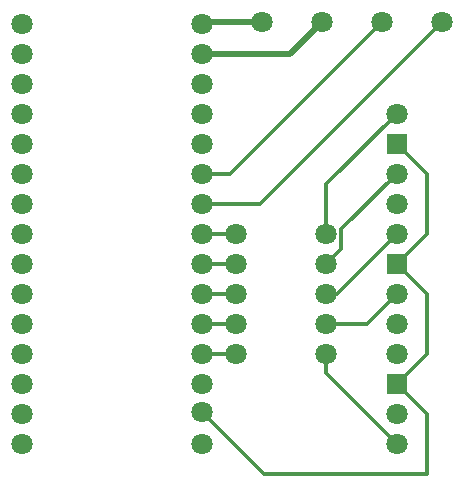
<source format=gtl>
%TF.GenerationSoftware,KiCad,Pcbnew,9.0.0*%
%TF.CreationDate,2025-03-09T03:36:31-07:00*%
%TF.ProjectId,server,73657276-6572-42e6-9b69-6361645f7063,v0.1*%
%TF.SameCoordinates,Original*%
%TF.FileFunction,Copper,L1,Top*%
%TF.FilePolarity,Positive*%
%FSLAX46Y46*%
G04 Gerber Fmt 4.6, Leading zero omitted, Abs format (unit mm)*
G04 Created by KiCad (PCBNEW 9.0.0) date 2025-03-09 03:36:31*
%MOMM*%
%LPD*%
G01*
G04 APERTURE LIST*
%TA.AperFunction,ComponentPad*%
%ADD10C,1.800000*%
%TD*%
%TA.AperFunction,ComponentPad*%
%ADD11R,1.800000X1.800000*%
%TD*%
%TA.AperFunction,Conductor*%
%ADD12C,0.500000*%
%TD*%
%TA.AperFunction,Conductor*%
%ADD13C,0.300000*%
%TD*%
G04 APERTURE END LIST*
D10*
%TO.P,RGB_LED_ROUND2,1,R*%
%TO.N,Net-(RGB_LED_ROUND2-R)*%
X53340000Y-40640000D03*
D11*
%TO.P,RGB_LED_ROUND2,2,VCC*%
%TO.N,Net-(ESP32_Nano1-3.3V)*%
X53340000Y-43180000D03*
D10*
%TO.P,RGB_LED_ROUND2,3,G*%
%TO.N,Net-(RGB_LED_ROUND2-G)*%
X53340000Y-45720000D03*
%TO.P,RGB_LED_ROUND2,4,B*%
%TO.N,unconnected-(RGB_LED_ROUND2-B-Pad4)*%
X53340000Y-48260000D03*
%TD*%
%TO.P,R1,1*%
%TO.N,Net-(ESP32_Nano1-A4)*%
X39770000Y-40640000D03*
%TO.P,R1,2*%
%TO.N,Net-(RGB_LED_ROUND1-R)*%
X47390000Y-40640000D03*
%TD*%
%TO.P,ESP32_Nano1,1,TX1*%
%TO.N,unconnected-(ESP32_Nano1-TX1-Pad1)*%
X21590000Y-22860000D03*
%TO.P,ESP32_Nano1,2,RX0*%
%TO.N,unconnected-(ESP32_Nano1-RX0-Pad2)*%
X21590000Y-25400000D03*
%TO.P,ESP32_Nano1,3,RST*%
%TO.N,unconnected-(ESP32_Nano1-RST-Pad3)*%
X21590000Y-27940000D03*
%TO.P,ESP32_Nano1,4,GND*%
%TO.N,unconnected-(ESP32_Nano1-GND-Pad4)*%
X21590000Y-30480000D03*
%TO.P,ESP32_Nano1,5,D2*%
%TO.N,unconnected-(ESP32_Nano1-D2-Pad5)*%
X21590000Y-33020000D03*
%TO.P,ESP32_Nano1,6,D3*%
%TO.N,unconnected-(ESP32_Nano1-D3-Pad6)*%
X21590000Y-35560000D03*
%TO.P,ESP32_Nano1,7,D4*%
%TO.N,unconnected-(ESP32_Nano1-D4-Pad7)*%
X21590000Y-38100000D03*
%TO.P,ESP32_Nano1,8,D5*%
%TO.N,unconnected-(ESP32_Nano1-D5-Pad8)*%
X21590000Y-40640000D03*
%TO.P,ESP32_Nano1,9,D6*%
%TO.N,unconnected-(ESP32_Nano1-D6-Pad9)*%
X21590000Y-43180000D03*
%TO.P,ESP32_Nano1,10,D7*%
%TO.N,unconnected-(ESP32_Nano1-D7-Pad10)*%
X21590000Y-45720000D03*
%TO.P,ESP32_Nano1,11,D8*%
%TO.N,unconnected-(ESP32_Nano1-D8-Pad11)*%
X21590000Y-48260000D03*
%TO.P,ESP32_Nano1,12,D9*%
%TO.N,unconnected-(ESP32_Nano1-D9-Pad12)*%
X21590000Y-50800000D03*
%TO.P,ESP32_Nano1,13,D10*%
%TO.N,unconnected-(ESP32_Nano1-D10-Pad13)*%
X21590000Y-53340000D03*
%TO.P,ESP32_Nano1,14,D11*%
%TO.N,unconnected-(ESP32_Nano1-D11-Pad14)*%
X21590000Y-55880000D03*
%TO.P,ESP32_Nano1,15,D12*%
%TO.N,unconnected-(ESP32_Nano1-D12-Pad15)*%
X21590000Y-58420000D03*
%TO.P,ESP32_Nano1,16,D13*%
%TO.N,unconnected-(ESP32_Nano1-D13-Pad16)*%
X36830000Y-58420000D03*
%TO.P,ESP32_Nano1,17,3.3V*%
%TO.N,Net-(ESP32_Nano1-3.3V)*%
X36833472Y-55728102D03*
%TO.P,ESP32_Nano1,18,B0*%
%TO.N,unconnected-(ESP32_Nano1-B0-Pad18)*%
X36830000Y-53340000D03*
%TO.P,ESP32_Nano1,19,A0*%
%TO.N,Net-(ESP32_Nano1-A0)*%
X36830000Y-50800000D03*
%TO.P,ESP32_Nano1,20,A1*%
%TO.N,Net-(ESP32_Nano1-A1)*%
X36830000Y-48260000D03*
%TO.P,ESP32_Nano1,21,A2*%
%TO.N,Net-(ESP32_Nano1-A2)*%
X36830000Y-45720000D03*
%TO.P,ESP32_Nano1,22,A3*%
%TO.N,Net-(ESP32_Nano1-A3)*%
X36830000Y-43180000D03*
%TO.P,ESP32_Nano1,23,A4*%
%TO.N,Net-(ESP32_Nano1-A4)*%
X36830000Y-40640000D03*
%TO.P,ESP32_Nano1,24,A5*%
%TO.N,Net-(2_PIN_CONNECTOR2-Pin_2)*%
X36830000Y-38100000D03*
%TO.P,ESP32_Nano1,25,A6*%
%TO.N,Net-(2_PIN_CONNECTOR2-Pin_1)*%
X36830000Y-35560000D03*
%TO.P,ESP32_Nano1,26,A7*%
%TO.N,unconnected-(ESP32_Nano1-A7-Pad26)*%
X36830000Y-33020000D03*
%TO.P,ESP32_Nano1,27,VBUS*%
%TO.N,unconnected-(ESP32_Nano1-VBUS-Pad27)*%
X36830000Y-30480000D03*
%TO.P,ESP32_Nano1,28,B1*%
%TO.N,unconnected-(ESP32_Nano1-B1-Pad28)*%
X36830000Y-27940000D03*
%TO.P,ESP32_Nano1,29,GND*%
%TO.N,Net-(2_PIN_CONNECTOR1-Pin_2)*%
X36830000Y-25400000D03*
%TO.P,ESP32_Nano1,30,VIN*%
%TO.N,Net-(2_PIN_CONNECTOR1-Pin_1)*%
X36830000Y-22860000D03*
%TD*%
%TO.P,R3,1*%
%TO.N,Net-(ESP32_Nano1-A2)*%
X39770000Y-45720000D03*
%TO.P,R3,2*%
%TO.N,Net-(RGB_LED_ROUND2-R)*%
X47390000Y-45720000D03*
%TD*%
%TO.P,R2,1*%
%TO.N,Net-(ESP32_Nano1-A3)*%
X39770000Y-43180000D03*
%TO.P,R2,2*%
%TO.N,Net-(RGB_LED_ROUND1-G)*%
X47390000Y-43180000D03*
%TD*%
%TO.P,2_PIN_CONNECTOR2,1,Pin_1*%
%TO.N,Net-(2_PIN_CONNECTOR2-Pin_1)*%
X52070000Y-22760000D03*
%TO.P,2_PIN_CONNECTOR2,2,Pin_2*%
%TO.N,Net-(2_PIN_CONNECTOR2-Pin_2)*%
X57150000Y-22760000D03*
%TD*%
%TO.P,RGB_LED_ROUND1,1,R*%
%TO.N,Net-(RGB_LED_ROUND1-R)*%
X53340000Y-30480000D03*
D11*
%TO.P,RGB_LED_ROUND1,2,VCC*%
%TO.N,Net-(ESP32_Nano1-3.3V)*%
X53340000Y-33020000D03*
D10*
%TO.P,RGB_LED_ROUND1,3,G*%
%TO.N,Net-(RGB_LED_ROUND1-G)*%
X53340000Y-35560000D03*
%TO.P,RGB_LED_ROUND1,4,B*%
%TO.N,unconnected-(RGB_LED_ROUND1-B-Pad4)*%
X53340000Y-38100000D03*
%TD*%
%TO.P,2_PIN_CONNECTOR1,1,Pin_1*%
%TO.N,Net-(2_PIN_CONNECTOR1-Pin_1)*%
X41910000Y-22760000D03*
%TO.P,2_PIN_CONNECTOR1,2,Pin_2*%
%TO.N,Net-(2_PIN_CONNECTOR1-Pin_2)*%
X46990000Y-22760000D03*
%TD*%
%TO.P,RGB_LED_ROUND3,1,R*%
%TO.N,unconnected-(RGB_LED_ROUND3-R-Pad1)*%
X53330000Y-50800000D03*
D11*
%TO.P,RGB_LED_ROUND3,2,VCC*%
%TO.N,Net-(ESP32_Nano1-3.3V)*%
X53330000Y-53340000D03*
D10*
%TO.P,RGB_LED_ROUND3,3,G*%
%TO.N,unconnected-(RGB_LED_ROUND3-G-Pad3)*%
X53330000Y-55880000D03*
%TO.P,RGB_LED_ROUND3,4,B*%
%TO.N,Net-(RGB_LED_ROUND3-B)*%
X53330000Y-58420000D03*
%TD*%
%TO.P,R5,1*%
%TO.N,Net-(ESP32_Nano1-A0)*%
X39770000Y-50800000D03*
%TO.P,R5,2*%
%TO.N,Net-(RGB_LED_ROUND3-B)*%
X47390000Y-50800000D03*
%TD*%
%TO.P,R4,1*%
%TO.N,Net-(ESP32_Nano1-A1)*%
X39770000Y-48260000D03*
%TO.P,R4,2*%
%TO.N,Net-(RGB_LED_ROUND2-G)*%
X47390000Y-48260000D03*
%TD*%
D12*
%TO.N,Net-(2_PIN_CONNECTOR1-Pin_1)*%
X36930000Y-22760000D02*
X36830000Y-22860000D01*
X41910000Y-22760000D02*
X36930000Y-22760000D01*
%TO.N,Net-(2_PIN_CONNECTOR1-Pin_2)*%
X44350000Y-25400000D02*
X46990000Y-22760000D01*
X36830000Y-25400000D02*
X44350000Y-25400000D01*
D13*
%TO.N,Net-(2_PIN_CONNECTOR2-Pin_2)*%
X41810000Y-38100000D02*
X57150000Y-22760000D01*
X36830000Y-38100000D02*
X41810000Y-38100000D01*
%TO.N,Net-(2_PIN_CONNECTOR2-Pin_1)*%
X52070000Y-22760000D02*
X39270000Y-35560000D01*
X39270000Y-35560000D02*
X36830000Y-35560000D01*
%TO.N,Net-(ESP32_Nano1-A2)*%
X36830000Y-45720000D02*
X39770000Y-45720000D01*
%TO.N,Net-(ESP32_Nano1-A1)*%
X36830000Y-48260000D02*
X39770000Y-48260000D01*
%TO.N,Net-(ESP32_Nano1-A4)*%
X36830000Y-40640000D02*
X39770000Y-40640000D01*
%TO.N,Net-(RGB_LED_ROUND1-R)*%
X53340000Y-30480000D02*
X47390000Y-36430000D01*
X47390000Y-36430000D02*
X47390000Y-40640000D01*
%TO.N,Net-(RGB_LED_ROUND1-G)*%
X48641000Y-40259000D02*
X48641000Y-41929000D01*
X48641000Y-41929000D02*
X47390000Y-43180000D01*
X53340000Y-35560000D02*
X48641000Y-40259000D01*
X53340000Y-35560000D02*
X53330000Y-35560000D01*
%TO.N,Net-(RGB_LED_ROUND2-R)*%
X53340000Y-40640000D02*
X48260000Y-45720000D01*
X48260000Y-45720000D02*
X47390000Y-45720000D01*
X53330000Y-40640000D02*
X53340000Y-40640000D01*
%TO.N,Net-(RGB_LED_ROUND2-G)*%
X53340000Y-45720000D02*
X50800000Y-48260000D01*
X50800000Y-48260000D02*
X47390000Y-48260000D01*
%TO.N,Net-(ESP32_Nano1-A3)*%
X36830000Y-43180000D02*
X39770000Y-43180000D01*
%TO.N,Net-(ESP32_Nano1-A0)*%
X36830000Y-50800000D02*
X39770000Y-50800000D01*
%TO.N,Net-(ESP32_Nano1-3.3V)*%
X55880000Y-45720000D02*
X55880000Y-50800000D01*
X55880000Y-50800000D02*
X55870000Y-50800000D01*
X55880000Y-40640000D02*
X53340000Y-43180000D01*
X55880000Y-60960000D02*
X42065370Y-60960000D01*
X53330000Y-53340000D02*
X55880000Y-55890000D01*
X53340000Y-33020000D02*
X55880000Y-35560000D01*
X55880000Y-35560000D02*
X55880000Y-40640000D01*
X53340000Y-43180000D02*
X55880000Y-45720000D01*
X55870000Y-50800000D02*
X53330000Y-53340000D01*
X42065370Y-60960000D02*
X36833472Y-55728102D01*
X55880000Y-55890000D02*
X55880000Y-60960000D01*
%TO.N,Net-(RGB_LED_ROUND3-B)*%
X53330000Y-58420000D02*
X47390000Y-52480000D01*
X47390000Y-52480000D02*
X47390000Y-50800000D01*
%TD*%
M02*

</source>
